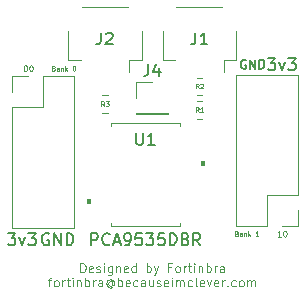
<source format=gbr>
%TF.GenerationSoftware,KiCad,Pcbnew,(6.0.7)*%
%TF.CreationDate,2022-10-11T20:39:03-05:00*%
%TF.ProjectId,PCA9535,50434139-3533-4352-9e6b-696361645f70,rev?*%
%TF.SameCoordinates,Original*%
%TF.FileFunction,Legend,Top*%
%TF.FilePolarity,Positive*%
%FSLAX46Y46*%
G04 Gerber Fmt 4.6, Leading zero omitted, Abs format (unit mm)*
G04 Created by KiCad (PCBNEW (6.0.7)) date 2022-10-11 20:39:03*
%MOMM*%
%LPD*%
G01*
G04 APERTURE LIST*
%ADD10C,0.150000*%
%ADD11C,0.125000*%
%ADD12C,0.100000*%
%ADD13C,0.050000*%
%ADD14C,0.120000*%
G04 APERTURE END LIST*
D10*
X161738095Y-93500000D02*
X161642857Y-93452380D01*
X161500000Y-93452380D01*
X161357142Y-93500000D01*
X161261904Y-93595238D01*
X161214285Y-93690476D01*
X161166666Y-93880952D01*
X161166666Y-94023809D01*
X161214285Y-94214285D01*
X161261904Y-94309523D01*
X161357142Y-94404761D01*
X161500000Y-94452380D01*
X161595238Y-94452380D01*
X161738095Y-94404761D01*
X161785714Y-94357142D01*
X161785714Y-94023809D01*
X161595238Y-94023809D01*
X162214285Y-94452380D02*
X162214285Y-93452380D01*
X162785714Y-94452380D01*
X162785714Y-93452380D01*
X163261904Y-94452380D02*
X163261904Y-93452380D01*
X163500000Y-93452380D01*
X163642857Y-93500000D01*
X163738095Y-93595238D01*
X163785714Y-93690476D01*
X163833333Y-93880952D01*
X163833333Y-94023809D01*
X163785714Y-94214285D01*
X163738095Y-94309523D01*
X163642857Y-94404761D01*
X163500000Y-94452380D01*
X163261904Y-94452380D01*
D11*
X181404761Y-93726190D02*
X181119047Y-93726190D01*
X181261904Y-93726190D02*
X181261904Y-93226190D01*
X181214285Y-93297619D01*
X181166666Y-93345238D01*
X181119047Y-93369047D01*
X181714285Y-93226190D02*
X181761904Y-93226190D01*
X181809523Y-93250000D01*
X181833333Y-93273809D01*
X181857142Y-93321428D01*
X181880952Y-93416666D01*
X181880952Y-93535714D01*
X181857142Y-93630952D01*
X181833333Y-93678571D01*
X181809523Y-93702380D01*
X181761904Y-93726190D01*
X181714285Y-93726190D01*
X181666666Y-93702380D01*
X181642857Y-93678571D01*
X181619047Y-93630952D01*
X181595238Y-93535714D01*
X181595238Y-93416666D01*
X181619047Y-93321428D01*
X181642857Y-93273809D01*
X181666666Y-93250000D01*
X181714285Y-93226190D01*
D10*
X180309523Y-78628380D02*
X180928571Y-78628380D01*
X180595238Y-79009333D01*
X180738095Y-79009333D01*
X180833333Y-79056952D01*
X180880952Y-79104571D01*
X180928571Y-79199809D01*
X180928571Y-79437904D01*
X180880952Y-79533142D01*
X180833333Y-79580761D01*
X180738095Y-79628380D01*
X180452380Y-79628380D01*
X180357142Y-79580761D01*
X180309523Y-79533142D01*
X181261904Y-78961714D02*
X181500000Y-79628380D01*
X181738095Y-78961714D01*
X182023809Y-78628380D02*
X182642857Y-78628380D01*
X182309523Y-79009333D01*
X182452380Y-79009333D01*
X182547619Y-79056952D01*
X182595238Y-79104571D01*
X182642857Y-79199809D01*
X182642857Y-79437904D01*
X182595238Y-79533142D01*
X182547619Y-79580761D01*
X182452380Y-79628380D01*
X182166666Y-79628380D01*
X182071428Y-79580761D01*
X182023809Y-79533142D01*
X178428571Y-78801000D02*
X178357142Y-78765285D01*
X178250000Y-78765285D01*
X178142857Y-78801000D01*
X178071428Y-78872428D01*
X178035714Y-78943857D01*
X178000000Y-79086714D01*
X178000000Y-79193857D01*
X178035714Y-79336714D01*
X178071428Y-79408142D01*
X178142857Y-79479571D01*
X178250000Y-79515285D01*
X178321428Y-79515285D01*
X178428571Y-79479571D01*
X178464285Y-79443857D01*
X178464285Y-79193857D01*
X178321428Y-79193857D01*
X178785714Y-79515285D02*
X178785714Y-78765285D01*
X179214285Y-79515285D01*
X179214285Y-78765285D01*
X179571428Y-79515285D02*
X179571428Y-78765285D01*
X179750000Y-78765285D01*
X179857142Y-78801000D01*
X179928571Y-78872428D01*
X179964285Y-78943857D01*
X180000000Y-79086714D01*
X180000000Y-79193857D01*
X179964285Y-79336714D01*
X179928571Y-79408142D01*
X179857142Y-79479571D01*
X179750000Y-79515285D01*
X179571428Y-79515285D01*
D12*
X177661904Y-93471428D02*
X177719047Y-93490476D01*
X177738095Y-93509523D01*
X177757142Y-93547619D01*
X177757142Y-93604761D01*
X177738095Y-93642857D01*
X177719047Y-93661904D01*
X177680952Y-93680952D01*
X177528571Y-93680952D01*
X177528571Y-93280952D01*
X177661904Y-93280952D01*
X177700000Y-93300000D01*
X177719047Y-93319047D01*
X177738095Y-93357142D01*
X177738095Y-93395238D01*
X177719047Y-93433333D01*
X177700000Y-93452380D01*
X177661904Y-93471428D01*
X177528571Y-93471428D01*
X178100000Y-93680952D02*
X178100000Y-93471428D01*
X178080952Y-93433333D01*
X178042857Y-93414285D01*
X177966666Y-93414285D01*
X177928571Y-93433333D01*
X178100000Y-93661904D02*
X178061904Y-93680952D01*
X177966666Y-93680952D01*
X177928571Y-93661904D01*
X177909523Y-93623809D01*
X177909523Y-93585714D01*
X177928571Y-93547619D01*
X177966666Y-93528571D01*
X178061904Y-93528571D01*
X178100000Y-93509523D01*
X178290476Y-93414285D02*
X178290476Y-93680952D01*
X178290476Y-93452380D02*
X178309523Y-93433333D01*
X178347619Y-93414285D01*
X178404761Y-93414285D01*
X178442857Y-93433333D01*
X178461904Y-93471428D01*
X178461904Y-93680952D01*
X178652380Y-93680952D02*
X178652380Y-93280952D01*
X178690476Y-93528571D02*
X178804761Y-93680952D01*
X178804761Y-93414285D02*
X178652380Y-93566666D01*
X179490476Y-93680952D02*
X179261904Y-93680952D01*
X179376190Y-93680952D02*
X179376190Y-93280952D01*
X179338095Y-93338095D01*
X179300000Y-93376190D01*
X179261904Y-93395238D01*
D13*
X164428571Y-96735535D02*
X164428571Y-95985535D01*
X164607142Y-95985535D01*
X164714285Y-96021250D01*
X164785714Y-96092678D01*
X164821428Y-96164107D01*
X164857142Y-96306964D01*
X164857142Y-96414107D01*
X164821428Y-96556964D01*
X164785714Y-96628392D01*
X164714285Y-96699821D01*
X164607142Y-96735535D01*
X164428571Y-96735535D01*
X165464285Y-96699821D02*
X165392857Y-96735535D01*
X165250000Y-96735535D01*
X165178571Y-96699821D01*
X165142857Y-96628392D01*
X165142857Y-96342678D01*
X165178571Y-96271250D01*
X165250000Y-96235535D01*
X165392857Y-96235535D01*
X165464285Y-96271250D01*
X165500000Y-96342678D01*
X165500000Y-96414107D01*
X165142857Y-96485535D01*
X165785714Y-96699821D02*
X165857142Y-96735535D01*
X166000000Y-96735535D01*
X166071428Y-96699821D01*
X166107142Y-96628392D01*
X166107142Y-96592678D01*
X166071428Y-96521250D01*
X166000000Y-96485535D01*
X165892857Y-96485535D01*
X165821428Y-96449821D01*
X165785714Y-96378392D01*
X165785714Y-96342678D01*
X165821428Y-96271250D01*
X165892857Y-96235535D01*
X166000000Y-96235535D01*
X166071428Y-96271250D01*
X166428571Y-96735535D02*
X166428571Y-96235535D01*
X166428571Y-95985535D02*
X166392857Y-96021250D01*
X166428571Y-96056964D01*
X166464285Y-96021250D01*
X166428571Y-95985535D01*
X166428571Y-96056964D01*
X167107142Y-96235535D02*
X167107142Y-96842678D01*
X167071428Y-96914107D01*
X167035714Y-96949821D01*
X166964285Y-96985535D01*
X166857142Y-96985535D01*
X166785714Y-96949821D01*
X167107142Y-96699821D02*
X167035714Y-96735535D01*
X166892857Y-96735535D01*
X166821428Y-96699821D01*
X166785714Y-96664107D01*
X166750000Y-96592678D01*
X166750000Y-96378392D01*
X166785714Y-96306964D01*
X166821428Y-96271250D01*
X166892857Y-96235535D01*
X167035714Y-96235535D01*
X167107142Y-96271250D01*
X167464285Y-96235535D02*
X167464285Y-96735535D01*
X167464285Y-96306964D02*
X167500000Y-96271250D01*
X167571428Y-96235535D01*
X167678571Y-96235535D01*
X167750000Y-96271250D01*
X167785714Y-96342678D01*
X167785714Y-96735535D01*
X168428571Y-96699821D02*
X168357142Y-96735535D01*
X168214285Y-96735535D01*
X168142857Y-96699821D01*
X168107142Y-96628392D01*
X168107142Y-96342678D01*
X168142857Y-96271250D01*
X168214285Y-96235535D01*
X168357142Y-96235535D01*
X168428571Y-96271250D01*
X168464285Y-96342678D01*
X168464285Y-96414107D01*
X168107142Y-96485535D01*
X169107142Y-96735535D02*
X169107142Y-95985535D01*
X169107142Y-96699821D02*
X169035714Y-96735535D01*
X168892857Y-96735535D01*
X168821428Y-96699821D01*
X168785714Y-96664107D01*
X168750000Y-96592678D01*
X168750000Y-96378392D01*
X168785714Y-96306964D01*
X168821428Y-96271250D01*
X168892857Y-96235535D01*
X169035714Y-96235535D01*
X169107142Y-96271250D01*
X170035714Y-96735535D02*
X170035714Y-95985535D01*
X170035714Y-96271250D02*
X170107142Y-96235535D01*
X170250000Y-96235535D01*
X170321428Y-96271250D01*
X170357142Y-96306964D01*
X170392857Y-96378392D01*
X170392857Y-96592678D01*
X170357142Y-96664107D01*
X170321428Y-96699821D01*
X170250000Y-96735535D01*
X170107142Y-96735535D01*
X170035714Y-96699821D01*
X170642857Y-96235535D02*
X170821428Y-96735535D01*
X171000000Y-96235535D02*
X170821428Y-96735535D01*
X170750000Y-96914107D01*
X170714285Y-96949821D01*
X170642857Y-96985535D01*
X172107142Y-96342678D02*
X171857142Y-96342678D01*
X171857142Y-96735535D02*
X171857142Y-95985535D01*
X172214285Y-95985535D01*
X172607142Y-96735535D02*
X172535714Y-96699821D01*
X172500000Y-96664107D01*
X172464285Y-96592678D01*
X172464285Y-96378392D01*
X172500000Y-96306964D01*
X172535714Y-96271250D01*
X172607142Y-96235535D01*
X172714285Y-96235535D01*
X172785714Y-96271250D01*
X172821428Y-96306964D01*
X172857142Y-96378392D01*
X172857142Y-96592678D01*
X172821428Y-96664107D01*
X172785714Y-96699821D01*
X172714285Y-96735535D01*
X172607142Y-96735535D01*
X173178571Y-96735535D02*
X173178571Y-96235535D01*
X173178571Y-96378392D02*
X173214285Y-96306964D01*
X173250000Y-96271250D01*
X173321428Y-96235535D01*
X173392857Y-96235535D01*
X173535714Y-96235535D02*
X173821428Y-96235535D01*
X173642857Y-95985535D02*
X173642857Y-96628392D01*
X173678571Y-96699821D01*
X173750000Y-96735535D01*
X173821428Y-96735535D01*
X174071428Y-96735535D02*
X174071428Y-96235535D01*
X174071428Y-95985535D02*
X174035714Y-96021250D01*
X174071428Y-96056964D01*
X174107142Y-96021250D01*
X174071428Y-95985535D01*
X174071428Y-96056964D01*
X174428571Y-96235535D02*
X174428571Y-96735535D01*
X174428571Y-96306964D02*
X174464285Y-96271250D01*
X174535714Y-96235535D01*
X174642857Y-96235535D01*
X174714285Y-96271250D01*
X174750000Y-96342678D01*
X174750000Y-96735535D01*
X175107142Y-96735535D02*
X175107142Y-95985535D01*
X175107142Y-96271250D02*
X175178571Y-96235535D01*
X175321428Y-96235535D01*
X175392857Y-96271250D01*
X175428571Y-96306964D01*
X175464285Y-96378392D01*
X175464285Y-96592678D01*
X175428571Y-96664107D01*
X175392857Y-96699821D01*
X175321428Y-96735535D01*
X175178571Y-96735535D01*
X175107142Y-96699821D01*
X175785714Y-96735535D02*
X175785714Y-96235535D01*
X175785714Y-96378392D02*
X175821428Y-96306964D01*
X175857142Y-96271250D01*
X175928571Y-96235535D01*
X176000000Y-96235535D01*
X176571428Y-96735535D02*
X176571428Y-96342678D01*
X176535714Y-96271250D01*
X176464285Y-96235535D01*
X176321428Y-96235535D01*
X176250000Y-96271250D01*
X176571428Y-96699821D02*
X176500000Y-96735535D01*
X176321428Y-96735535D01*
X176250000Y-96699821D01*
X176214285Y-96628392D01*
X176214285Y-96556964D01*
X176250000Y-96485535D01*
X176321428Y-96449821D01*
X176500000Y-96449821D01*
X176571428Y-96414107D01*
X161678571Y-97443035D02*
X161964285Y-97443035D01*
X161785714Y-97943035D02*
X161785714Y-97300178D01*
X161821428Y-97228750D01*
X161892857Y-97193035D01*
X161964285Y-97193035D01*
X162321428Y-97943035D02*
X162250000Y-97907321D01*
X162214285Y-97871607D01*
X162178571Y-97800178D01*
X162178571Y-97585892D01*
X162214285Y-97514464D01*
X162250000Y-97478750D01*
X162321428Y-97443035D01*
X162428571Y-97443035D01*
X162500000Y-97478750D01*
X162535714Y-97514464D01*
X162571428Y-97585892D01*
X162571428Y-97800178D01*
X162535714Y-97871607D01*
X162500000Y-97907321D01*
X162428571Y-97943035D01*
X162321428Y-97943035D01*
X162892857Y-97943035D02*
X162892857Y-97443035D01*
X162892857Y-97585892D02*
X162928571Y-97514464D01*
X162964285Y-97478750D01*
X163035714Y-97443035D01*
X163107142Y-97443035D01*
X163250000Y-97443035D02*
X163535714Y-97443035D01*
X163357142Y-97193035D02*
X163357142Y-97835892D01*
X163392857Y-97907321D01*
X163464285Y-97943035D01*
X163535714Y-97943035D01*
X163785714Y-97943035D02*
X163785714Y-97443035D01*
X163785714Y-97193035D02*
X163750000Y-97228750D01*
X163785714Y-97264464D01*
X163821428Y-97228750D01*
X163785714Y-97193035D01*
X163785714Y-97264464D01*
X164142857Y-97443035D02*
X164142857Y-97943035D01*
X164142857Y-97514464D02*
X164178571Y-97478750D01*
X164250000Y-97443035D01*
X164357142Y-97443035D01*
X164428571Y-97478750D01*
X164464285Y-97550178D01*
X164464285Y-97943035D01*
X164821428Y-97943035D02*
X164821428Y-97193035D01*
X164821428Y-97478750D02*
X164892857Y-97443035D01*
X165035714Y-97443035D01*
X165107142Y-97478750D01*
X165142857Y-97514464D01*
X165178571Y-97585892D01*
X165178571Y-97800178D01*
X165142857Y-97871607D01*
X165107142Y-97907321D01*
X165035714Y-97943035D01*
X164892857Y-97943035D01*
X164821428Y-97907321D01*
X165500000Y-97943035D02*
X165500000Y-97443035D01*
X165500000Y-97585892D02*
X165535714Y-97514464D01*
X165571428Y-97478750D01*
X165642857Y-97443035D01*
X165714285Y-97443035D01*
X166285714Y-97943035D02*
X166285714Y-97550178D01*
X166250000Y-97478750D01*
X166178571Y-97443035D01*
X166035714Y-97443035D01*
X165964285Y-97478750D01*
X166285714Y-97907321D02*
X166214285Y-97943035D01*
X166035714Y-97943035D01*
X165964285Y-97907321D01*
X165928571Y-97835892D01*
X165928571Y-97764464D01*
X165964285Y-97693035D01*
X166035714Y-97657321D01*
X166214285Y-97657321D01*
X166285714Y-97621607D01*
X167107142Y-97585892D02*
X167071428Y-97550178D01*
X167000000Y-97514464D01*
X166928571Y-97514464D01*
X166857142Y-97550178D01*
X166821428Y-97585892D01*
X166785714Y-97657321D01*
X166785714Y-97728750D01*
X166821428Y-97800178D01*
X166857142Y-97835892D01*
X166928571Y-97871607D01*
X167000000Y-97871607D01*
X167071428Y-97835892D01*
X167107142Y-97800178D01*
X167107142Y-97514464D02*
X167107142Y-97800178D01*
X167142857Y-97835892D01*
X167178571Y-97835892D01*
X167250000Y-97800178D01*
X167285714Y-97728750D01*
X167285714Y-97550178D01*
X167214285Y-97443035D01*
X167107142Y-97371607D01*
X166964285Y-97335892D01*
X166821428Y-97371607D01*
X166714285Y-97443035D01*
X166642857Y-97550178D01*
X166607142Y-97693035D01*
X166642857Y-97835892D01*
X166714285Y-97943035D01*
X166821428Y-98014464D01*
X166964285Y-98050178D01*
X167107142Y-98014464D01*
X167214285Y-97943035D01*
X167607142Y-97943035D02*
X167607142Y-97193035D01*
X167607142Y-97478750D02*
X167678571Y-97443035D01*
X167821428Y-97443035D01*
X167892857Y-97478750D01*
X167928571Y-97514464D01*
X167964285Y-97585892D01*
X167964285Y-97800178D01*
X167928571Y-97871607D01*
X167892857Y-97907321D01*
X167821428Y-97943035D01*
X167678571Y-97943035D01*
X167607142Y-97907321D01*
X168571428Y-97907321D02*
X168500000Y-97943035D01*
X168357142Y-97943035D01*
X168285714Y-97907321D01*
X168250000Y-97835892D01*
X168250000Y-97550178D01*
X168285714Y-97478750D01*
X168357142Y-97443035D01*
X168500000Y-97443035D01*
X168571428Y-97478750D01*
X168607142Y-97550178D01*
X168607142Y-97621607D01*
X168250000Y-97693035D01*
X169250000Y-97907321D02*
X169178571Y-97943035D01*
X169035714Y-97943035D01*
X168964285Y-97907321D01*
X168928571Y-97871607D01*
X168892857Y-97800178D01*
X168892857Y-97585892D01*
X168928571Y-97514464D01*
X168964285Y-97478750D01*
X169035714Y-97443035D01*
X169178571Y-97443035D01*
X169250000Y-97478750D01*
X169892857Y-97943035D02*
X169892857Y-97550178D01*
X169857142Y-97478750D01*
X169785714Y-97443035D01*
X169642857Y-97443035D01*
X169571428Y-97478750D01*
X169892857Y-97907321D02*
X169821428Y-97943035D01*
X169642857Y-97943035D01*
X169571428Y-97907321D01*
X169535714Y-97835892D01*
X169535714Y-97764464D01*
X169571428Y-97693035D01*
X169642857Y-97657321D01*
X169821428Y-97657321D01*
X169892857Y-97621607D01*
X170571428Y-97443035D02*
X170571428Y-97943035D01*
X170250000Y-97443035D02*
X170250000Y-97835892D01*
X170285714Y-97907321D01*
X170357142Y-97943035D01*
X170464285Y-97943035D01*
X170535714Y-97907321D01*
X170571428Y-97871607D01*
X170892857Y-97907321D02*
X170964285Y-97943035D01*
X171107142Y-97943035D01*
X171178571Y-97907321D01*
X171214285Y-97835892D01*
X171214285Y-97800178D01*
X171178571Y-97728750D01*
X171107142Y-97693035D01*
X171000000Y-97693035D01*
X170928571Y-97657321D01*
X170892857Y-97585892D01*
X170892857Y-97550178D01*
X170928571Y-97478750D01*
X171000000Y-97443035D01*
X171107142Y-97443035D01*
X171178571Y-97478750D01*
X171821428Y-97907321D02*
X171750000Y-97943035D01*
X171607142Y-97943035D01*
X171535714Y-97907321D01*
X171500000Y-97835892D01*
X171500000Y-97550178D01*
X171535714Y-97478750D01*
X171607142Y-97443035D01*
X171750000Y-97443035D01*
X171821428Y-97478750D01*
X171857142Y-97550178D01*
X171857142Y-97621607D01*
X171500000Y-97693035D01*
X172178571Y-97943035D02*
X172178571Y-97443035D01*
X172178571Y-97193035D02*
X172142857Y-97228750D01*
X172178571Y-97264464D01*
X172214285Y-97228750D01*
X172178571Y-97193035D01*
X172178571Y-97264464D01*
X172535714Y-97943035D02*
X172535714Y-97443035D01*
X172535714Y-97514464D02*
X172571428Y-97478750D01*
X172642857Y-97443035D01*
X172750000Y-97443035D01*
X172821428Y-97478750D01*
X172857142Y-97550178D01*
X172857142Y-97943035D01*
X172857142Y-97550178D02*
X172892857Y-97478750D01*
X172964285Y-97443035D01*
X173071428Y-97443035D01*
X173142857Y-97478750D01*
X173178571Y-97550178D01*
X173178571Y-97943035D01*
X173857142Y-97907321D02*
X173785714Y-97943035D01*
X173642857Y-97943035D01*
X173571428Y-97907321D01*
X173535714Y-97871607D01*
X173500000Y-97800178D01*
X173500000Y-97585892D01*
X173535714Y-97514464D01*
X173571428Y-97478750D01*
X173642857Y-97443035D01*
X173785714Y-97443035D01*
X173857142Y-97478750D01*
X174285714Y-97943035D02*
X174214285Y-97907321D01*
X174178571Y-97835892D01*
X174178571Y-97193035D01*
X174857142Y-97907321D02*
X174785714Y-97943035D01*
X174642857Y-97943035D01*
X174571428Y-97907321D01*
X174535714Y-97835892D01*
X174535714Y-97550178D01*
X174571428Y-97478750D01*
X174642857Y-97443035D01*
X174785714Y-97443035D01*
X174857142Y-97478750D01*
X174892857Y-97550178D01*
X174892857Y-97621607D01*
X174535714Y-97693035D01*
X175142857Y-97443035D02*
X175321428Y-97943035D01*
X175500000Y-97443035D01*
X176071428Y-97907321D02*
X176000000Y-97943035D01*
X175857142Y-97943035D01*
X175785714Y-97907321D01*
X175750000Y-97835892D01*
X175750000Y-97550178D01*
X175785714Y-97478750D01*
X175857142Y-97443035D01*
X176000000Y-97443035D01*
X176071428Y-97478750D01*
X176107142Y-97550178D01*
X176107142Y-97621607D01*
X175750000Y-97693035D01*
X176428571Y-97943035D02*
X176428571Y-97443035D01*
X176428571Y-97585892D02*
X176464285Y-97514464D01*
X176500000Y-97478750D01*
X176571428Y-97443035D01*
X176642857Y-97443035D01*
X176892857Y-97871607D02*
X176928571Y-97907321D01*
X176892857Y-97943035D01*
X176857142Y-97907321D01*
X176892857Y-97871607D01*
X176892857Y-97943035D01*
X177571428Y-97907321D02*
X177500000Y-97943035D01*
X177357142Y-97943035D01*
X177285714Y-97907321D01*
X177250000Y-97871607D01*
X177214285Y-97800178D01*
X177214285Y-97585892D01*
X177250000Y-97514464D01*
X177285714Y-97478750D01*
X177357142Y-97443035D01*
X177500000Y-97443035D01*
X177571428Y-97478750D01*
X178000000Y-97943035D02*
X177928571Y-97907321D01*
X177892857Y-97871607D01*
X177857142Y-97800178D01*
X177857142Y-97585892D01*
X177892857Y-97514464D01*
X177928571Y-97478750D01*
X178000000Y-97443035D01*
X178107142Y-97443035D01*
X178178571Y-97478750D01*
X178214285Y-97514464D01*
X178250000Y-97585892D01*
X178250000Y-97800178D01*
X178214285Y-97871607D01*
X178178571Y-97907321D01*
X178107142Y-97943035D01*
X178000000Y-97943035D01*
X178571428Y-97943035D02*
X178571428Y-97443035D01*
X178571428Y-97514464D02*
X178607142Y-97478750D01*
X178678571Y-97443035D01*
X178785714Y-97443035D01*
X178857142Y-97478750D01*
X178892857Y-97550178D01*
X178892857Y-97943035D01*
X178892857Y-97550178D02*
X178928571Y-97478750D01*
X179000000Y-97443035D01*
X179107142Y-97443035D01*
X179178571Y-97478750D01*
X179214285Y-97550178D01*
X179214285Y-97943035D01*
D11*
X159738095Y-79226190D02*
X159785714Y-79226190D01*
X159833333Y-79250000D01*
X159857142Y-79273809D01*
X159880952Y-79321428D01*
X159904761Y-79416666D01*
X159904761Y-79535714D01*
X159880952Y-79630952D01*
X159857142Y-79678571D01*
X159833333Y-79702380D01*
X159785714Y-79726190D01*
X159738095Y-79726190D01*
X159690476Y-79702380D01*
X159666666Y-79678571D01*
X159642857Y-79630952D01*
X159619047Y-79535714D01*
X159619047Y-79416666D01*
X159642857Y-79321428D01*
X159666666Y-79273809D01*
X159690476Y-79250000D01*
X159738095Y-79226190D01*
X160214285Y-79226190D02*
X160261904Y-79226190D01*
X160309523Y-79250000D01*
X160333333Y-79273809D01*
X160357142Y-79321428D01*
X160380952Y-79416666D01*
X160380952Y-79535714D01*
X160357142Y-79630952D01*
X160333333Y-79678571D01*
X160309523Y-79702380D01*
X160261904Y-79726190D01*
X160214285Y-79726190D01*
X160166666Y-79702380D01*
X160142857Y-79678571D01*
X160119047Y-79630952D01*
X160095238Y-79535714D01*
X160095238Y-79416666D01*
X160119047Y-79321428D01*
X160142857Y-79273809D01*
X160166666Y-79250000D01*
X160214285Y-79226190D01*
D10*
X158309523Y-93452380D02*
X158928571Y-93452380D01*
X158595238Y-93833333D01*
X158738095Y-93833333D01*
X158833333Y-93880952D01*
X158880952Y-93928571D01*
X158928571Y-94023809D01*
X158928571Y-94261904D01*
X158880952Y-94357142D01*
X158833333Y-94404761D01*
X158738095Y-94452380D01*
X158452380Y-94452380D01*
X158357142Y-94404761D01*
X158309523Y-94357142D01*
X159261904Y-93785714D02*
X159500000Y-94452380D01*
X159738095Y-93785714D01*
X160023809Y-93452380D02*
X160642857Y-93452380D01*
X160309523Y-93833333D01*
X160452380Y-93833333D01*
X160547619Y-93880952D01*
X160595238Y-93928571D01*
X160642857Y-94023809D01*
X160642857Y-94261904D01*
X160595238Y-94357142D01*
X160547619Y-94404761D01*
X160452380Y-94452380D01*
X160166666Y-94452380D01*
X160071428Y-94404761D01*
X160023809Y-94357142D01*
D12*
X162161904Y-79471428D02*
X162219047Y-79490476D01*
X162238095Y-79509523D01*
X162257142Y-79547619D01*
X162257142Y-79604761D01*
X162238095Y-79642857D01*
X162219047Y-79661904D01*
X162180952Y-79680952D01*
X162028571Y-79680952D01*
X162028571Y-79280952D01*
X162161904Y-79280952D01*
X162200000Y-79300000D01*
X162219047Y-79319047D01*
X162238095Y-79357142D01*
X162238095Y-79395238D01*
X162219047Y-79433333D01*
X162200000Y-79452380D01*
X162161904Y-79471428D01*
X162028571Y-79471428D01*
X162600000Y-79680952D02*
X162600000Y-79471428D01*
X162580952Y-79433333D01*
X162542857Y-79414285D01*
X162466666Y-79414285D01*
X162428571Y-79433333D01*
X162600000Y-79661904D02*
X162561904Y-79680952D01*
X162466666Y-79680952D01*
X162428571Y-79661904D01*
X162409523Y-79623809D01*
X162409523Y-79585714D01*
X162428571Y-79547619D01*
X162466666Y-79528571D01*
X162561904Y-79528571D01*
X162600000Y-79509523D01*
X162790476Y-79414285D02*
X162790476Y-79680952D01*
X162790476Y-79452380D02*
X162809523Y-79433333D01*
X162847619Y-79414285D01*
X162904761Y-79414285D01*
X162942857Y-79433333D01*
X162961904Y-79471428D01*
X162961904Y-79680952D01*
X163152380Y-79680952D02*
X163152380Y-79280952D01*
X163190476Y-79528571D02*
X163304761Y-79680952D01*
X163304761Y-79414285D02*
X163152380Y-79566666D01*
X163857142Y-79280952D02*
X163895238Y-79280952D01*
X163933333Y-79300000D01*
X163952380Y-79319047D01*
X163971428Y-79357142D01*
X163990476Y-79433333D01*
X163990476Y-79528571D01*
X163971428Y-79604761D01*
X163952380Y-79642857D01*
X163933333Y-79661904D01*
X163895238Y-79680952D01*
X163857142Y-79680952D01*
X163819047Y-79661904D01*
X163800000Y-79642857D01*
X163780952Y-79604761D01*
X163761904Y-79528571D01*
X163761904Y-79433333D01*
X163780952Y-79357142D01*
X163800000Y-79319047D01*
X163819047Y-79300000D01*
X163857142Y-79280952D01*
D10*
%TO.C,J2*%
X166166666Y-76452380D02*
X166166666Y-77166666D01*
X166119047Y-77309523D01*
X166023809Y-77404761D01*
X165880952Y-77452380D01*
X165785714Y-77452380D01*
X166595238Y-76547619D02*
X166642857Y-76500000D01*
X166738095Y-76452380D01*
X166976190Y-76452380D01*
X167071428Y-76500000D01*
X167119047Y-76547619D01*
X167166666Y-76642857D01*
X167166666Y-76738095D01*
X167119047Y-76880952D01*
X166547619Y-77452380D01*
X167166666Y-77452380D01*
%TO.C,J1*%
X174166666Y-76452380D02*
X174166666Y-77166666D01*
X174119047Y-77309523D01*
X174023809Y-77404761D01*
X173880952Y-77452380D01*
X173785714Y-77452380D01*
X175166666Y-77452380D02*
X174595238Y-77452380D01*
X174880952Y-77452380D02*
X174880952Y-76452380D01*
X174785714Y-76595238D01*
X174690476Y-76690476D01*
X174595238Y-76738095D01*
%TO.C,U1*%
X169157195Y-84952380D02*
X169157195Y-85761904D01*
X169204814Y-85857142D01*
X169252433Y-85904761D01*
X169347671Y-85952380D01*
X169538147Y-85952380D01*
X169633385Y-85904761D01*
X169681004Y-85857142D01*
X169728623Y-85761904D01*
X169728623Y-84952380D01*
X170728623Y-85952380D02*
X170157195Y-85952380D01*
X170442909Y-85952380D02*
X170442909Y-84952380D01*
X170347671Y-85095238D01*
X170252433Y-85190476D01*
X170157195Y-85238095D01*
X165323861Y-94452380D02*
X165323861Y-93452380D01*
X165704814Y-93452380D01*
X165800052Y-93500000D01*
X165847671Y-93547619D01*
X165895290Y-93642857D01*
X165895290Y-93785714D01*
X165847671Y-93880952D01*
X165800052Y-93928571D01*
X165704814Y-93976190D01*
X165323861Y-93976190D01*
X166895290Y-94357142D02*
X166847671Y-94404761D01*
X166704814Y-94452380D01*
X166609576Y-94452380D01*
X166466719Y-94404761D01*
X166371480Y-94309523D01*
X166323861Y-94214285D01*
X166276242Y-94023809D01*
X166276242Y-93880952D01*
X166323861Y-93690476D01*
X166371480Y-93595238D01*
X166466719Y-93500000D01*
X166609576Y-93452380D01*
X166704814Y-93452380D01*
X166847671Y-93500000D01*
X166895290Y-93547619D01*
X167276242Y-94166666D02*
X167752433Y-94166666D01*
X167181004Y-94452380D02*
X167514338Y-93452380D01*
X167847671Y-94452380D01*
X168228623Y-94452380D02*
X168419100Y-94452380D01*
X168514338Y-94404761D01*
X168561957Y-94357142D01*
X168657195Y-94214285D01*
X168704814Y-94023809D01*
X168704814Y-93642857D01*
X168657195Y-93547619D01*
X168609576Y-93500000D01*
X168514338Y-93452380D01*
X168323861Y-93452380D01*
X168228623Y-93500000D01*
X168181004Y-93547619D01*
X168133385Y-93642857D01*
X168133385Y-93880952D01*
X168181004Y-93976190D01*
X168228623Y-94023809D01*
X168323861Y-94071428D01*
X168514338Y-94071428D01*
X168609576Y-94023809D01*
X168657195Y-93976190D01*
X168704814Y-93880952D01*
X169609576Y-93452380D02*
X169133385Y-93452380D01*
X169085766Y-93928571D01*
X169133385Y-93880952D01*
X169228623Y-93833333D01*
X169466719Y-93833333D01*
X169561957Y-93880952D01*
X169609576Y-93928571D01*
X169657195Y-94023809D01*
X169657195Y-94261904D01*
X169609576Y-94357142D01*
X169561957Y-94404761D01*
X169466719Y-94452380D01*
X169228623Y-94452380D01*
X169133385Y-94404761D01*
X169085766Y-94357142D01*
X169990528Y-93452380D02*
X170609576Y-93452380D01*
X170276242Y-93833333D01*
X170419100Y-93833333D01*
X170514338Y-93880952D01*
X170561957Y-93928571D01*
X170609576Y-94023809D01*
X170609576Y-94261904D01*
X170561957Y-94357142D01*
X170514338Y-94404761D01*
X170419100Y-94452380D01*
X170133385Y-94452380D01*
X170038147Y-94404761D01*
X169990528Y-94357142D01*
X171514338Y-93452380D02*
X171038147Y-93452380D01*
X170990528Y-93928571D01*
X171038147Y-93880952D01*
X171133385Y-93833333D01*
X171371480Y-93833333D01*
X171466719Y-93880952D01*
X171514338Y-93928571D01*
X171561957Y-94023809D01*
X171561957Y-94261904D01*
X171514338Y-94357142D01*
X171466719Y-94404761D01*
X171371480Y-94452380D01*
X171133385Y-94452380D01*
X171038147Y-94404761D01*
X170990528Y-94357142D01*
X171990528Y-94452380D02*
X171990528Y-93452380D01*
X172228623Y-93452380D01*
X172371480Y-93500000D01*
X172466719Y-93595238D01*
X172514338Y-93690476D01*
X172561957Y-93880952D01*
X172561957Y-94023809D01*
X172514338Y-94214285D01*
X172466719Y-94309523D01*
X172371480Y-94404761D01*
X172228623Y-94452380D01*
X171990528Y-94452380D01*
X173323861Y-93928571D02*
X173466719Y-93976190D01*
X173514338Y-94023809D01*
X173561957Y-94119047D01*
X173561957Y-94261904D01*
X173514338Y-94357142D01*
X173466719Y-94404761D01*
X173371480Y-94452380D01*
X172990528Y-94452380D01*
X172990528Y-93452380D01*
X173323861Y-93452380D01*
X173419100Y-93500000D01*
X173466719Y-93547619D01*
X173514338Y-93642857D01*
X173514338Y-93738095D01*
X173466719Y-93833333D01*
X173419100Y-93880952D01*
X173323861Y-93928571D01*
X172990528Y-93928571D01*
X174561957Y-94452380D02*
X174228623Y-93976190D01*
X173990528Y-94452380D02*
X173990528Y-93452380D01*
X174371480Y-93452380D01*
X174466719Y-93500000D01*
X174514338Y-93547619D01*
X174561957Y-93642857D01*
X174561957Y-93785714D01*
X174514338Y-93880952D01*
X174466719Y-93928571D01*
X174371480Y-93976190D01*
X173990528Y-93976190D01*
D12*
%TO.C,R1*%
X174433333Y-83180952D02*
X174300000Y-82990476D01*
X174204761Y-83180952D02*
X174204761Y-82780952D01*
X174357142Y-82780952D01*
X174395238Y-82800000D01*
X174414285Y-82819047D01*
X174433333Y-82857142D01*
X174433333Y-82914285D01*
X174414285Y-82952380D01*
X174395238Y-82971428D01*
X174357142Y-82990476D01*
X174204761Y-82990476D01*
X174814285Y-83180952D02*
X174585714Y-83180952D01*
X174700000Y-83180952D02*
X174700000Y-82780952D01*
X174661904Y-82838095D01*
X174623809Y-82876190D01*
X174585714Y-82895238D01*
%TO.C,R2*%
X174433333Y-81180952D02*
X174300000Y-80990476D01*
X174204761Y-81180952D02*
X174204761Y-80780952D01*
X174357142Y-80780952D01*
X174395238Y-80800000D01*
X174414285Y-80819047D01*
X174433333Y-80857142D01*
X174433333Y-80914285D01*
X174414285Y-80952380D01*
X174395238Y-80971428D01*
X174357142Y-80990476D01*
X174204761Y-80990476D01*
X174585714Y-80819047D02*
X174604761Y-80800000D01*
X174642857Y-80780952D01*
X174738095Y-80780952D01*
X174776190Y-80800000D01*
X174795238Y-80819047D01*
X174814285Y-80857142D01*
X174814285Y-80895238D01*
X174795238Y-80952380D01*
X174566666Y-81180952D01*
X174814285Y-81180952D01*
D10*
%TO.C,J4*%
X170166666Y-79122380D02*
X170166666Y-79836666D01*
X170119047Y-79979523D01*
X170023809Y-80074761D01*
X169880952Y-80122380D01*
X169785714Y-80122380D01*
X171071428Y-79455714D02*
X171071428Y-80122380D01*
X170833333Y-79074761D02*
X170595238Y-79789047D01*
X171214285Y-79789047D01*
D12*
%TO.C,R3*%
X166433333Y-82680952D02*
X166300000Y-82490476D01*
X166204761Y-82680952D02*
X166204761Y-82280952D01*
X166357142Y-82280952D01*
X166395238Y-82300000D01*
X166414285Y-82319047D01*
X166433333Y-82357142D01*
X166433333Y-82414285D01*
X166414285Y-82452380D01*
X166395238Y-82471428D01*
X166357142Y-82490476D01*
X166204761Y-82490476D01*
X166566666Y-82280952D02*
X166814285Y-82280952D01*
X166680952Y-82433333D01*
X166738095Y-82433333D01*
X166776190Y-82452380D01*
X166795238Y-82471428D01*
X166814285Y-82509523D01*
X166814285Y-82604761D01*
X166795238Y-82642857D01*
X166776190Y-82661904D01*
X166738095Y-82680952D01*
X166623809Y-82680952D01*
X166585714Y-82661904D01*
X166566666Y-82642857D01*
D14*
%TO.C,J2*%
X168560000Y-78785000D02*
X168560000Y-79775000D01*
X163390000Y-78785000D02*
X164440000Y-78785000D01*
X169610000Y-78785000D02*
X168560000Y-78785000D01*
X163390000Y-76285000D02*
X163390000Y-78785000D01*
X169610000Y-76285000D02*
X169610000Y-78785000D01*
X168440000Y-74315000D02*
X164560000Y-74315000D01*
%TO.C,J1*%
X176440000Y-74315000D02*
X172560000Y-74315000D01*
X177610000Y-76285000D02*
X177610000Y-78785000D01*
X171390000Y-76285000D02*
X171390000Y-78785000D01*
X177610000Y-78785000D02*
X176560000Y-78785000D01*
X171390000Y-78785000D02*
X172440000Y-78785000D01*
X176560000Y-78785000D02*
X176560000Y-79775000D01*
%TO.C,U1*%
X166998100Y-84071000D02*
X166998100Y-84329261D01*
X172840100Y-84071000D02*
X166998100Y-84071000D01*
X166998100Y-92834000D02*
X172840100Y-92834000D01*
X172840100Y-92834000D02*
X172840100Y-92575739D01*
X166998100Y-92575739D02*
X166998100Y-92834000D01*
X172840100Y-84329261D02*
X172840100Y-84071000D01*
G36*
X165213001Y-90917999D02*
G01*
X164959001Y-90917999D01*
X164959001Y-90536999D01*
X165213001Y-90536999D01*
X165213001Y-90917999D01*
G37*
D12*
X165213001Y-90917999D02*
X164959001Y-90917999D01*
X164959001Y-90536999D01*
X165213001Y-90536999D01*
X165213001Y-90917999D01*
G36*
X174879199Y-87668001D02*
G01*
X174625199Y-87668001D01*
X174625199Y-87287001D01*
X174879199Y-87287001D01*
X174879199Y-87668001D01*
G37*
X174879199Y-87668001D02*
X174625199Y-87668001D01*
X174625199Y-87287001D01*
X174879199Y-87287001D01*
X174879199Y-87668001D01*
D14*
%TO.C,R1*%
X174727064Y-83735000D02*
X174272936Y-83735000D01*
X174727064Y-82265000D02*
X174272936Y-82265000D01*
%TO.C,R2*%
X174727064Y-81735000D02*
X174272936Y-81735000D01*
X174727064Y-80265000D02*
X174272936Y-80265000D01*
%TO.C,J6*%
X182830000Y-80010000D02*
X177630000Y-80010000D01*
X180230000Y-90230000D02*
X180230000Y-92830000D01*
X182830000Y-90230000D02*
X180230000Y-90230000D01*
X182830000Y-90230000D02*
X182830000Y-80010000D01*
X182830000Y-92830000D02*
X181500000Y-92830000D01*
X177630000Y-92830000D02*
X177630000Y-80010000D01*
X180230000Y-92830000D02*
X177630000Y-92830000D01*
X182830000Y-91500000D02*
X182830000Y-92830000D01*
%TO.C,J4*%
X169170000Y-82000000D02*
X169170000Y-80670000D01*
X169170000Y-80670000D02*
X170500000Y-80670000D01*
X169170000Y-83270000D02*
X169170000Y-83330000D01*
X169170000Y-83270000D02*
X171830000Y-83270000D01*
X169170000Y-83330000D02*
X171830000Y-83330000D01*
X171830000Y-83270000D02*
X171830000Y-83330000D01*
%TO.C,J3*%
X158670000Y-80170000D02*
X160000000Y-80170000D01*
X158670000Y-82770000D02*
X161270000Y-82770000D01*
X161270000Y-80170000D02*
X163870000Y-80170000D01*
X158670000Y-81500000D02*
X158670000Y-80170000D01*
X163870000Y-80170000D02*
X163870000Y-92990000D01*
X161270000Y-82770000D02*
X161270000Y-80170000D01*
X158670000Y-82770000D02*
X158670000Y-92990000D01*
X158670000Y-92990000D02*
X163870000Y-92990000D01*
%TO.C,R3*%
X166272936Y-83235000D02*
X166727064Y-83235000D01*
X166272936Y-81765000D02*
X166727064Y-81765000D01*
%TD*%
M02*

</source>
